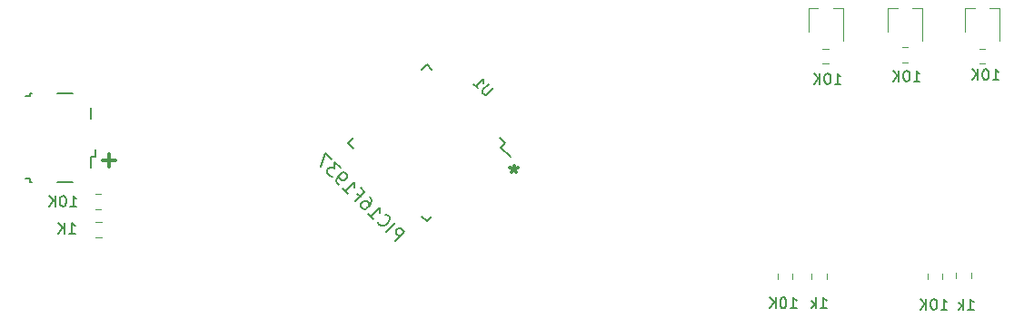
<source format=gbr>
G04 #@! TF.GenerationSoftware,KiCad,Pcbnew,(5.1.5)-2*
G04 #@! TF.CreationDate,2020-04-05T00:52:07+07:00*
G04 #@! TF.ProjectId,KIT_PIC16F1937,4b49545f-5049-4433-9136-46313933372e,rev?*
G04 #@! TF.SameCoordinates,Original*
G04 #@! TF.FileFunction,Legend,Bot*
G04 #@! TF.FilePolarity,Positive*
%FSLAX46Y46*%
G04 Gerber Fmt 4.6, Leading zero omitted, Abs format (unit mm)*
G04 Created by KiCad (PCBNEW (5.1.5)-2) date 2020-04-05 00:52:07*
%MOMM*%
%LPD*%
G04 APERTURE LIST*
%ADD10C,0.200000*%
%ADD11C,0.300000*%
%ADD12C,0.150000*%
%ADD13C,0.120000*%
G04 APERTURE END LIST*
D10*
X176925191Y-121685907D02*
X177773719Y-120837378D01*
X177450470Y-120514130D01*
X177329252Y-120473724D01*
X177248440Y-120473724D01*
X177127221Y-120514130D01*
X177006003Y-120635348D01*
X176965597Y-120756566D01*
X176965597Y-120837378D01*
X177006003Y-120958597D01*
X177329252Y-121281846D01*
X176076663Y-120837378D02*
X176925191Y-119988850D01*
X175268541Y-119867632D02*
X175268541Y-119948444D01*
X175349353Y-120110069D01*
X175430165Y-120190881D01*
X175591789Y-120271693D01*
X175753414Y-120271693D01*
X175874632Y-120231287D01*
X176076663Y-120110069D01*
X176197881Y-119988850D01*
X176319099Y-119786820D01*
X176359505Y-119665602D01*
X176359505Y-119503977D01*
X176278693Y-119342353D01*
X176197881Y-119261541D01*
X176036256Y-119180728D01*
X175955444Y-119180728D01*
X174379606Y-119140322D02*
X174864480Y-119625195D01*
X174622043Y-119382759D02*
X175470571Y-118534231D01*
X175430165Y-118736261D01*
X175430165Y-118897886D01*
X175470571Y-119019104D01*
X174500825Y-117564484D02*
X174662449Y-117726109D01*
X174702855Y-117847327D01*
X174702855Y-117928139D01*
X174662449Y-118130170D01*
X174541231Y-118332200D01*
X174217982Y-118655449D01*
X174096764Y-118695855D01*
X174015951Y-118695855D01*
X173894733Y-118655449D01*
X173733109Y-118493825D01*
X173692703Y-118372606D01*
X173692703Y-118291794D01*
X173733109Y-118170576D01*
X173935139Y-117968545D01*
X174056357Y-117928139D01*
X174137170Y-117928139D01*
X174258388Y-117968545D01*
X174420012Y-118130170D01*
X174460418Y-118251388D01*
X174460418Y-118332200D01*
X174420012Y-118453418D01*
X173369454Y-117241235D02*
X173652296Y-117524078D01*
X173207829Y-117968545D02*
X174056357Y-117120017D01*
X173652296Y-116715956D01*
X172036052Y-116796768D02*
X172520926Y-117281642D01*
X172278489Y-117039205D02*
X173127017Y-116190677D01*
X173086611Y-116392707D01*
X173086611Y-116554332D01*
X173127017Y-116675550D01*
X171631991Y-116392707D02*
X171470367Y-116231083D01*
X171429961Y-116109865D01*
X171429961Y-116029052D01*
X171470367Y-115827022D01*
X171591585Y-115624991D01*
X171914834Y-115301743D01*
X172036052Y-115261336D01*
X172116865Y-115261336D01*
X172238083Y-115301743D01*
X172399707Y-115463367D01*
X172440113Y-115584585D01*
X172440113Y-115665397D01*
X172399707Y-115786616D01*
X172197677Y-115988646D01*
X172076458Y-116029052D01*
X171995646Y-116029052D01*
X171874428Y-115988646D01*
X171712804Y-115827022D01*
X171672397Y-115705804D01*
X171672397Y-115624991D01*
X171712804Y-115503773D01*
X171793616Y-114857275D02*
X171268336Y-114331996D01*
X171227930Y-114938088D01*
X171106712Y-114816869D01*
X170985494Y-114776463D01*
X170904682Y-114776463D01*
X170783463Y-114816869D01*
X170581433Y-115018900D01*
X170541027Y-115140118D01*
X170541027Y-115220930D01*
X170581433Y-115342149D01*
X170823869Y-115584585D01*
X170945088Y-115624991D01*
X171025900Y-115624991D01*
X170985494Y-114049153D02*
X170419808Y-113483468D01*
X169934935Y-114695651D01*
D11*
X150812428Y-114153142D02*
X149669571Y-114153142D01*
X150241000Y-114724571D02*
X150241000Y-113581714D01*
X187960000Y-114621571D02*
X187960000Y-114978714D01*
X188317142Y-114835857D02*
X187960000Y-114978714D01*
X187602857Y-114835857D01*
X188174285Y-115264428D02*
X187960000Y-114978714D01*
X187745714Y-115264428D01*
D12*
X187150555Y-112522000D02*
X186743969Y-112928586D01*
X179832000Y-105203445D02*
X179354703Y-105680742D01*
X172513445Y-112522000D02*
X172990742Y-112044703D01*
X179832000Y-119840555D02*
X180309297Y-119363258D01*
X187150555Y-112522000D02*
X186673258Y-112044703D01*
X179832000Y-119840555D02*
X179354703Y-119363258D01*
X172513445Y-112522000D02*
X172990742Y-112999297D01*
X179832000Y-105203445D02*
X180309297Y-105680742D01*
X186743969Y-112928586D02*
X187645530Y-113830148D01*
D13*
X149003922Y-121310000D02*
X149521078Y-121310000D01*
X149003922Y-119890000D02*
X149521078Y-119890000D01*
X148941422Y-117290000D02*
X149458578Y-117290000D01*
X148941422Y-118710000D02*
X149458578Y-118710000D01*
X215698000Y-125226578D02*
X215698000Y-124709422D01*
X217118000Y-125226578D02*
X217118000Y-124709422D01*
X213943000Y-125226578D02*
X213943000Y-124709422D01*
X212523000Y-125226578D02*
X212523000Y-124709422D01*
X229160000Y-125178078D02*
X229160000Y-124660922D01*
X230580000Y-125178078D02*
X230580000Y-124660922D01*
X227913000Y-125226578D02*
X227913000Y-124709422D01*
X226493000Y-125226578D02*
X226493000Y-124709422D01*
X216300000Y-99925000D02*
X215390000Y-99925000D01*
X218600000Y-99925000D02*
X217700000Y-99925000D01*
X218610000Y-103000000D02*
X218610000Y-99925000D01*
X215390000Y-102075000D02*
X215390000Y-99925000D01*
X216741422Y-105110000D02*
X217258578Y-105110000D01*
X216741422Y-103690000D02*
X217258578Y-103690000D01*
X223700000Y-99925000D02*
X222790000Y-99925000D01*
X226000000Y-99925000D02*
X225100000Y-99925000D01*
X226010000Y-103000000D02*
X226010000Y-99925000D01*
X222790000Y-102075000D02*
X222790000Y-99925000D01*
X224150422Y-104977000D02*
X224667578Y-104977000D01*
X224150422Y-103557000D02*
X224667578Y-103557000D01*
X230900000Y-99925000D02*
X229990000Y-99925000D01*
X233200000Y-99925000D02*
X232300000Y-99925000D01*
X233210000Y-103000000D02*
X233210000Y-99925000D01*
X229990000Y-102075000D02*
X229990000Y-99925000D01*
X231341422Y-105110000D02*
X231858578Y-105110000D01*
X231341422Y-103690000D02*
X231858578Y-103690000D01*
D12*
X146827000Y-116164000D02*
X145427000Y-116164000D01*
X143027000Y-116164000D02*
X142877000Y-116164000D01*
X142877000Y-116164000D02*
X142877000Y-115864000D01*
X142877000Y-115864000D02*
X142427000Y-115864000D01*
X142427000Y-108164000D02*
X142877000Y-108164000D01*
X142877000Y-108164000D02*
X142877000Y-107864000D01*
X142877000Y-107864000D02*
X143027000Y-107864000D01*
X145427000Y-107864000D02*
X146827000Y-107864000D01*
X149002000Y-113089000D02*
X149002000Y-113814000D01*
X149002000Y-113814000D02*
X148577000Y-113814000D01*
X148577000Y-113814000D02*
X148577000Y-114814000D01*
X148577000Y-110214000D02*
X148577000Y-109214000D01*
X186025919Y-107405576D02*
X185453499Y-107977996D01*
X185352484Y-108011668D01*
X185285140Y-108011668D01*
X185184125Y-107977996D01*
X185049438Y-107843309D01*
X185015766Y-107742294D01*
X185015766Y-107674950D01*
X185049438Y-107573935D01*
X185621858Y-107001515D01*
X184207644Y-107001515D02*
X184611705Y-107405576D01*
X184409675Y-107203546D02*
X185116781Y-106496439D01*
X185083110Y-106664798D01*
X185083110Y-106799485D01*
X185116781Y-106900500D01*
X146518285Y-120975380D02*
X147089714Y-120975380D01*
X146804000Y-120975380D02*
X146804000Y-119975380D01*
X146899238Y-120118238D01*
X146994476Y-120213476D01*
X147089714Y-120261095D01*
X146089714Y-120975380D02*
X146089714Y-119975380D01*
X145518285Y-120975380D02*
X145946857Y-120403952D01*
X145518285Y-119975380D02*
X146089714Y-120546809D01*
X146613476Y-118435380D02*
X147184904Y-118435380D01*
X146899190Y-118435380D02*
X146899190Y-117435380D01*
X146994428Y-117578238D01*
X147089666Y-117673476D01*
X147184904Y-117721095D01*
X145994428Y-117435380D02*
X145899190Y-117435380D01*
X145803952Y-117483000D01*
X145756333Y-117530619D01*
X145708714Y-117625857D01*
X145661095Y-117816333D01*
X145661095Y-118054428D01*
X145708714Y-118244904D01*
X145756333Y-118340142D01*
X145803952Y-118387761D01*
X145899190Y-118435380D01*
X145994428Y-118435380D01*
X146089666Y-118387761D01*
X146137285Y-118340142D01*
X146184904Y-118244904D01*
X146232523Y-118054428D01*
X146232523Y-117816333D01*
X146184904Y-117625857D01*
X146137285Y-117530619D01*
X146089666Y-117483000D01*
X145994428Y-117435380D01*
X145232523Y-118435380D02*
X145232523Y-117435380D01*
X144661095Y-118435380D02*
X145089666Y-117863952D01*
X144661095Y-117435380D02*
X145232523Y-118006809D01*
X216527047Y-127960380D02*
X217098476Y-127960380D01*
X216812761Y-127960380D02*
X216812761Y-126960380D01*
X216908000Y-127103238D01*
X217003238Y-127198476D01*
X217098476Y-127246095D01*
X216098476Y-127960380D02*
X216098476Y-126960380D01*
X216003238Y-127579428D02*
X215717523Y-127960380D01*
X215717523Y-127293714D02*
X216098476Y-127674666D01*
X213732976Y-127960380D02*
X214304404Y-127960380D01*
X214018690Y-127960380D02*
X214018690Y-126960380D01*
X214113928Y-127103238D01*
X214209166Y-127198476D01*
X214304404Y-127246095D01*
X213113928Y-126960380D02*
X213018690Y-126960380D01*
X212923452Y-127008000D01*
X212875833Y-127055619D01*
X212828214Y-127150857D01*
X212780595Y-127341333D01*
X212780595Y-127579428D01*
X212828214Y-127769904D01*
X212875833Y-127865142D01*
X212923452Y-127912761D01*
X213018690Y-127960380D01*
X213113928Y-127960380D01*
X213209166Y-127912761D01*
X213256785Y-127865142D01*
X213304404Y-127769904D01*
X213352023Y-127579428D01*
X213352023Y-127341333D01*
X213304404Y-127150857D01*
X213256785Y-127055619D01*
X213209166Y-127008000D01*
X213113928Y-126960380D01*
X212352023Y-127960380D02*
X212352023Y-126960380D01*
X211780595Y-127960380D02*
X212209166Y-127388952D01*
X211780595Y-126960380D02*
X212352023Y-127531809D01*
X230243047Y-128087380D02*
X230814476Y-128087380D01*
X230528761Y-128087380D02*
X230528761Y-127087380D01*
X230624000Y-127230238D01*
X230719238Y-127325476D01*
X230814476Y-127373095D01*
X229814476Y-128087380D02*
X229814476Y-127087380D01*
X229719238Y-127706428D02*
X229433523Y-128087380D01*
X229433523Y-127420714D02*
X229814476Y-127801666D01*
X227766476Y-128087380D02*
X228337904Y-128087380D01*
X228052190Y-128087380D02*
X228052190Y-127087380D01*
X228147428Y-127230238D01*
X228242666Y-127325476D01*
X228337904Y-127373095D01*
X227147428Y-127087380D02*
X227052190Y-127087380D01*
X226956952Y-127135000D01*
X226909333Y-127182619D01*
X226861714Y-127277857D01*
X226814095Y-127468333D01*
X226814095Y-127706428D01*
X226861714Y-127896904D01*
X226909333Y-127992142D01*
X226956952Y-128039761D01*
X227052190Y-128087380D01*
X227147428Y-128087380D01*
X227242666Y-128039761D01*
X227290285Y-127992142D01*
X227337904Y-127896904D01*
X227385523Y-127706428D01*
X227385523Y-127468333D01*
X227337904Y-127277857D01*
X227290285Y-127182619D01*
X227242666Y-127135000D01*
X227147428Y-127087380D01*
X226385523Y-128087380D02*
X226385523Y-127087380D01*
X225814095Y-128087380D02*
X226242666Y-127515952D01*
X225814095Y-127087380D02*
X226385523Y-127658809D01*
X217860476Y-107005380D02*
X218431904Y-107005380D01*
X218146190Y-107005380D02*
X218146190Y-106005380D01*
X218241428Y-106148238D01*
X218336666Y-106243476D01*
X218431904Y-106291095D01*
X217241428Y-106005380D02*
X217146190Y-106005380D01*
X217050952Y-106053000D01*
X217003333Y-106100619D01*
X216955714Y-106195857D01*
X216908095Y-106386333D01*
X216908095Y-106624428D01*
X216955714Y-106814904D01*
X217003333Y-106910142D01*
X217050952Y-106957761D01*
X217146190Y-107005380D01*
X217241428Y-107005380D01*
X217336666Y-106957761D01*
X217384285Y-106910142D01*
X217431904Y-106814904D01*
X217479523Y-106624428D01*
X217479523Y-106386333D01*
X217431904Y-106195857D01*
X217384285Y-106100619D01*
X217336666Y-106053000D01*
X217241428Y-106005380D01*
X216479523Y-107005380D02*
X216479523Y-106005380D01*
X215908095Y-107005380D02*
X216336666Y-106433952D01*
X215908095Y-106005380D02*
X216479523Y-106576809D01*
X225226476Y-106751380D02*
X225797904Y-106751380D01*
X225512190Y-106751380D02*
X225512190Y-105751380D01*
X225607428Y-105894238D01*
X225702666Y-105989476D01*
X225797904Y-106037095D01*
X224607428Y-105751380D02*
X224512190Y-105751380D01*
X224416952Y-105799000D01*
X224369333Y-105846619D01*
X224321714Y-105941857D01*
X224274095Y-106132333D01*
X224274095Y-106370428D01*
X224321714Y-106560904D01*
X224369333Y-106656142D01*
X224416952Y-106703761D01*
X224512190Y-106751380D01*
X224607428Y-106751380D01*
X224702666Y-106703761D01*
X224750285Y-106656142D01*
X224797904Y-106560904D01*
X224845523Y-106370428D01*
X224845523Y-106132333D01*
X224797904Y-105941857D01*
X224750285Y-105846619D01*
X224702666Y-105799000D01*
X224607428Y-105751380D01*
X223845523Y-106751380D02*
X223845523Y-105751380D01*
X223274095Y-106751380D02*
X223702666Y-106179952D01*
X223274095Y-105751380D02*
X223845523Y-106322809D01*
X232592476Y-106624380D02*
X233163904Y-106624380D01*
X232878190Y-106624380D02*
X232878190Y-105624380D01*
X232973428Y-105767238D01*
X233068666Y-105862476D01*
X233163904Y-105910095D01*
X231973428Y-105624380D02*
X231878190Y-105624380D01*
X231782952Y-105672000D01*
X231735333Y-105719619D01*
X231687714Y-105814857D01*
X231640095Y-106005333D01*
X231640095Y-106243428D01*
X231687714Y-106433904D01*
X231735333Y-106529142D01*
X231782952Y-106576761D01*
X231878190Y-106624380D01*
X231973428Y-106624380D01*
X232068666Y-106576761D01*
X232116285Y-106529142D01*
X232163904Y-106433904D01*
X232211523Y-106243428D01*
X232211523Y-106005333D01*
X232163904Y-105814857D01*
X232116285Y-105719619D01*
X232068666Y-105672000D01*
X231973428Y-105624380D01*
X231211523Y-106624380D02*
X231211523Y-105624380D01*
X230640095Y-106624380D02*
X231068666Y-106052952D01*
X230640095Y-105624380D02*
X231211523Y-106195809D01*
M02*

</source>
